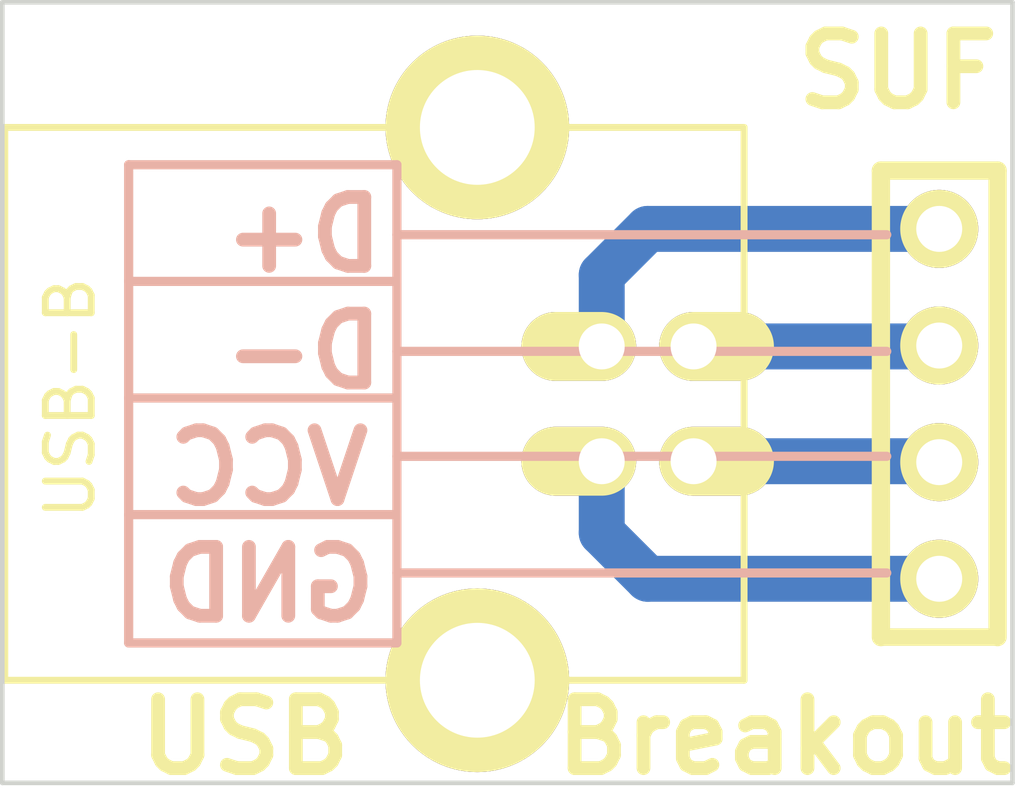
<source format=kicad_pcb>
(kicad_pcb (version 3) (host pcbnew "(2013-07-07 BZR 4022)-stable")

  (general
    (links 0)
    (no_connects 0)
    (area 171.725999 109.949999 196.1134 127.2)
    (thickness 1.6)
    (drawings 21)
    (tracks 10)
    (zones 0)
    (modules 2)
    (nets 1)
  )

  (page A4)
  (layers
    (15 F.Cu signal)
    (0 B.Cu signal)
    (16 B.Adhes user)
    (17 F.Adhes user)
    (18 B.Paste user)
    (19 F.Paste user)
    (20 B.SilkS user)
    (21 F.SilkS user)
    (22 B.Mask user)
    (23 F.Mask user)
    (24 Dwgs.User user)
    (25 Cmts.User user)
    (26 Eco1.User user)
    (27 Eco2.User user)
    (28 Edge.Cuts user)
  )

  (setup
    (last_trace_width 0.254)
    (user_trace_width 0.5)
    (user_trace_width 1)
    (trace_clearance 0.254)
    (zone_clearance 0.508)
    (zone_45_only no)
    (trace_min 0.254)
    (segment_width 0.2)
    (edge_width 0.1)
    (via_size 0.889)
    (via_drill 0.635)
    (via_min_size 0.889)
    (via_min_drill 0.508)
    (uvia_size 0.508)
    (uvia_drill 0.127)
    (uvias_allowed no)
    (uvia_min_size 0.508)
    (uvia_min_drill 0.127)
    (pcb_text_width 0.3)
    (pcb_text_size 1.5 1.5)
    (mod_edge_width 0.15)
    (mod_text_size 1 1)
    (mod_text_width 0.15)
    (pad_size 1.5 1.5)
    (pad_drill 0.6)
    (pad_to_mask_clearance 0)
    (aux_axis_origin 0 0)
    (visible_elements 7FFFFFFF)
    (pcbplotparams
      (layerselection 3178497)
      (usegerberextensions true)
      (excludeedgelayer true)
      (linewidth 0.150000)
      (plotframeref false)
      (viasonmask false)
      (mode 1)
      (useauxorigin false)
      (hpglpennumber 1)
      (hpglpenspeed 20)
      (hpglpendiameter 15)
      (hpglpenoverlay 2)
      (psnegative false)
      (psa4output false)
      (plotreference true)
      (plotvalue true)
      (plotothertext true)
      (plotinvisibletext false)
      (padsonsilk false)
      (subtractmaskfromsilk false)
      (outputformat 1)
      (mirror false)
      (drillshape 1)
      (scaleselection 1)
      (outputdirectory ""))
  )

  (net 0 "")

  (net_class Default "This is the default net class."
    (clearance 0.254)
    (trace_width 0.254)
    (via_dia 0.889)
    (via_drill 0.635)
    (uvia_dia 0.508)
    (uvia_drill 0.127)
    (add_net "")
  )

  (module USB-B (layer F.Cu) (tedit 5415F90E) (tstamp 5417670B)
    (at 64.055 58.745 270)
    (fp_text reference USB-B (at -0.127 12.573 270) (layer F.SilkS)
      (effects (font (size 1 1) (thickness 0.15)))
    )
    (fp_text value VAL** (at 0 12.25 270) (layer F.SilkS) hide
      (effects (font (size 1 1) (thickness 0.15)))
    )
    (fp_line (start -6.02 -2.1) (end 6.02 -2.1) (layer F.SilkS) (width 0.15))
    (fp_line (start 6.02 -2.1) (end 6.02 14) (layer F.SilkS) (width 0.15))
    (fp_line (start 6.02 14) (end -6.02 14) (layer F.SilkS) (width 0.15))
    (fp_line (start -6.02 14) (end -6.02 -2.1) (layer F.SilkS) (width 0.15))
    (pad 1 thru_hole oval (at 1.25 -1 270) (size 1.5 2.5) (drill 1 (offset 0 -0.5))
      (layers *.Cu *.Mask F.SilkS)
    )
    (pad 2 thru_hole oval (at -1.25 -1 270) (size 1.5 2.5) (drill 1 (offset 0 -0.5))
      (layers *.Cu *.Mask F.SilkS)
    )
    (pad 3 thru_hole oval (at -1.25 1 270) (size 1.5 2.5) (drill 1 (offset 0 0.5))
      (layers *.Cu *.Mask F.SilkS)
    )
    (pad 4 thru_hole oval (at 1.25 1 270) (size 1.5 2.5) (drill 1 (offset 0 0.5))
      (layers *.Cu *.Mask F.SilkS)
    )
    (pad "" thru_hole circle (at 6.02 3.71 270) (size 4 4) (drill 2.5)
      (layers *.Cu *.Mask F.SilkS)
    )
    (pad "" thru_hole circle (at -6.02 3.71 270) (size 4 4) (drill 2.5)
      (layers *.Cu *.Mask F.SilkS)
    )
  )

  (module HDR-4 (layer F.Cu) (tedit 5415F923) (tstamp 5418D7AF)
    (at 70.405 58.745 90)
    (path HDR-5)
    (fp_text reference HDR-4 (at 0 -2.54 90) (layer F.SilkS) hide
      (effects (font (size 1.524 1.524) (thickness 0.3048)))
    )
    (fp_text value VAL** (at 0 2.54 90) (layer F.SilkS) hide
      (effects (font (size 1.524 1.524) (thickness 0.3048)))
    )
    (fp_line (start -5.08 1.27) (end 5.08 1.27) (layer F.SilkS) (width 0.39878))
    (fp_line (start -5.08 -1.27) (end 5.08 -1.27) (layer F.SilkS) (width 0.39878))
    (fp_line (start 5.08 -1.27) (end 5.08 1.27) (layer F.SilkS) (width 0.39878))
    (fp_line (start -5.08 -1.27) (end -5.08 1.27) (layer F.SilkS) (width 0.381))
    (pad 1 thru_hole circle (at -3.81 0 90) (size 1.69926 1.69926) (drill 1.00076)
      (layers *.Cu *.Mask F.SilkS)
    )
    (pad 2 thru_hole circle (at -1.27 0 90) (size 1.69926 1.69926) (drill 1.00076)
      (layers *.Cu *.Mask F.SilkS)
    )
    (pad 3 thru_hole circle (at 1.27 0 90) (size 1.69926 1.69926) (drill 1.00076)
      (layers *.Cu *.Mask F.SilkS)
    )
    (pad 4 thru_hole circle (at 3.81 0 90) (size 1.69926 1.69926) (drill 1.00076)
      (layers *.Cu *.Mask F.SilkS)
    )
  )

  (gr_text SUF (at 69.5 51.5) (layer F.SilkS)
    (effects (font (size 1.5 1.5) (thickness 0.3)))
  )
  (gr_text "USB    Breakout" (at 62.5 66) (layer F.SilkS)
    (effects (font (size 1.5 1.5) (thickness 0.3)))
  )
  (gr_line (start 50 67) (end 50 50) (angle 90) (layer Edge.Cuts) (width 0.1))
  (gr_line (start 72 67) (end 50 67) (angle 90) (layer Edge.Cuts) (width 0.1))
  (gr_line (start 72 50) (end 72 67) (angle 90) (layer Edge.Cuts) (width 0.1))
  (gr_line (start 50 50) (end 72 50) (angle 90) (layer Edge.Cuts) (width 0.1))
  (gr_line (start 69.262 55.062) (end 58.594 55.062) (angle 90) (layer B.SilkS) (width 0.2))
  (gr_line (start 69.262 57.602) (end 58.594 57.602) (angle 90) (layer B.SilkS) (width 0.2))
  (gr_line (start 69.262 59.888) (end 58.594 59.888) (angle 90) (layer B.SilkS) (width 0.2))
  (gr_line (start 69.262 62.428) (end 58.594 62.428) (angle 90) (layer B.SilkS) (width 0.2))
  (gr_line (start 58.594 61.158) (end 52.752 61.158) (angle 90) (layer B.SilkS) (width 0.2))
  (gr_line (start 58.594 58.618) (end 52.752 58.618) (angle 90) (layer B.SilkS) (width 0.2))
  (gr_line (start 58.594 56.078) (end 52.752 56.078) (angle 90) (layer B.SilkS) (width 0.2))
  (gr_line (start 52.752 63.952) (end 52.752 53.538) (angle 90) (layer B.SilkS) (width 0.2))
  (gr_line (start 58.594 63.952) (end 52.752 63.952) (angle 90) (layer B.SilkS) (width 0.2))
  (gr_line (start 58.594 53.538) (end 58.594 63.952) (angle 90) (layer B.SilkS) (width 0.2))
  (gr_line (start 52.752 53.538) (end 58.594 53.538) (angle 90) (layer B.SilkS) (width 0.2))
  (gr_text GND (at 55.8 62.682) (layer B.SilkS)
    (effects (font (size 1.5 1.5) (thickness 0.3)) (justify mirror))
  )
  (gr_text VCC (at 55.8 60.142) (layer B.SilkS)
    (effects (font (size 1.5 1.5) (thickness 0.3)) (justify mirror))
  )
  (gr_text D- (at 56.562 57.602) (layer B.SilkS)
    (effects (font (size 1.5 1.5) (thickness 0.3)) (justify mirror))
  )
  (gr_text D+ (at 56.562 55.062) (layer B.SilkS)
    (effects (font (size 1.5 1.5) (thickness 0.3)) (justify mirror))
  )

  (segment (start 65.055 57.495) (end 70.385 57.495) (width 1) (layer B.Cu) (net 0))
  (segment (start 70.385 57.495) (end 70.405 57.475) (width 1) (layer B.Cu) (net 0) (tstamp 5418D7C9))
  (segment (start 63.055 57.495) (end 63.055 55.935) (width 1) (layer B.Cu) (net 0))
  (segment (start 64.055 54.935) (end 70.405 54.935) (width 1) (layer B.Cu) (net 0) (tstamp 5418D7C6))
  (segment (start 63.055 55.935) (end 64.055 54.935) (width 1) (layer B.Cu) (net 0) (tstamp 5418D7C5))
  (segment (start 63.055 59.995) (end 63.055 61.555) (width 1) (layer B.Cu) (net 0))
  (segment (start 64.055 62.555) (end 70.405 62.555) (width 1) (layer B.Cu) (net 0) (tstamp 5418D7C0))
  (segment (start 63.055 61.555) (end 64.055 62.555) (width 1) (layer B.Cu) (net 0) (tstamp 5418D7BF))
  (segment (start 65.055 59.995) (end 70.385 59.995) (width 1) (layer B.Cu) (net 0))
  (segment (start 70.385 59.995) (end 70.405 60.015) (width 1) (layer B.Cu) (net 0) (tstamp 5418D7BC))

)

</source>
